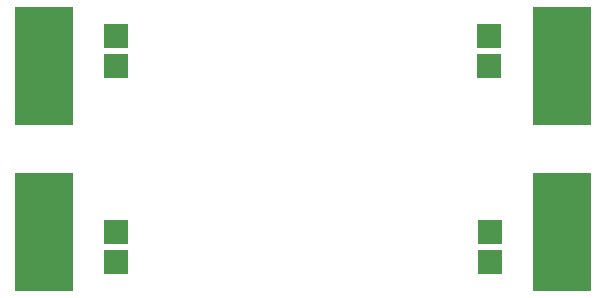
<source format=gtp>
G04 MADE WITH FRITZING*
G04 WWW.FRITZING.ORG*
G04 DOUBLE SIDED*
G04 HOLES PLATED*
G04 CONTOUR ON CENTER OF CONTOUR VECTOR*
%ASAXBY*%
%FSLAX23Y23*%
%MOIN*%
%OFA0B0*%
%SFA1.0B1.0*%
%ADD10R,0.196850X0.393701*%
%ADD11R,0.078740X0.078740*%
%LNPASTEMASK1*%
G90*
G70*
G54D10*
X1848Y275D03*
X1848Y827D03*
X121Y828D03*
X121Y275D03*
G54D11*
X362Y275D03*
X362Y175D03*
X362Y928D03*
X362Y828D03*
X1606Y928D03*
X1607Y275D03*
X1607Y175D03*
X1606Y828D03*
G04 End of PasteMask1*
M02*
</source>
